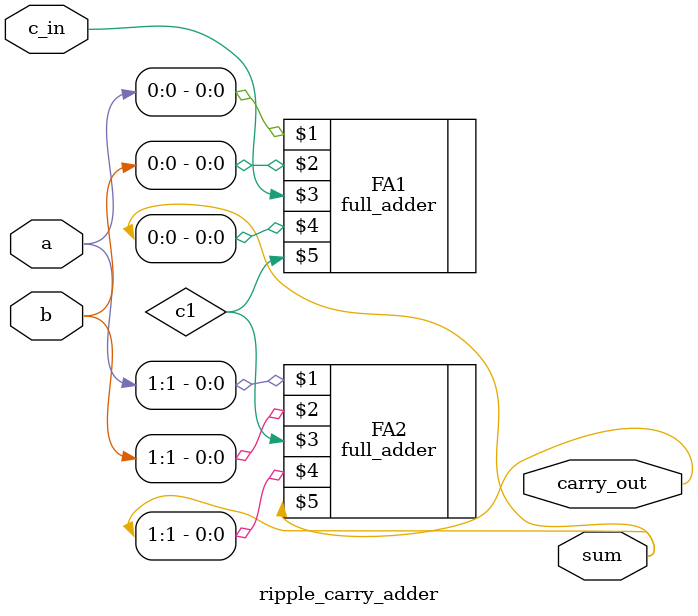
<source format=v>
module ripple_carry_adder(input [1:0] a,b, input c_in, output [1:0] sum, output carry_out);

wire c1;

full_adder FA1 (a[0], b[0], c_in, sum[0], c1);
full_adder FA2 (a[1], b[1], c1, sum[1], carry_out);

endmodule 
</source>
